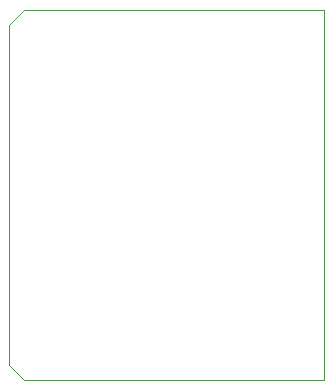
<source format=gbr>
%TF.GenerationSoftware,KiCad,Pcbnew,7.0.6*%
%TF.CreationDate,2023-09-09T11:26:50-04:00*%
%TF.ProjectId,AppleVGA-Connector,4170706c-6556-4474-912d-436f6e6e6563,A*%
%TF.SameCoordinates,Original*%
%TF.FileFunction,Profile,NP*%
%FSLAX46Y46*%
G04 Gerber Fmt 4.6, Leading zero omitted, Abs format (unit mm)*
G04 Created by KiCad (PCBNEW 7.0.6) date 2023-09-09 11:26:50*
%MOMM*%
%LPD*%
G01*
G04 APERTURE LIST*
%TA.AperFunction,Profile*%
%ADD10C,0.100000*%
%TD*%
G04 APERTURE END LIST*
D10*
X153670000Y-88265000D02*
X153670000Y-119615001D01*
X128270000Y-88265000D02*
X153670000Y-88265000D01*
X127000000Y-89535000D02*
X128270000Y-88265000D01*
X153670000Y-119615001D02*
X128270000Y-119615001D01*
X127000000Y-118345001D02*
X128270000Y-119615001D01*
X127000000Y-118345001D02*
X127000000Y-89535000D01*
M02*

</source>
